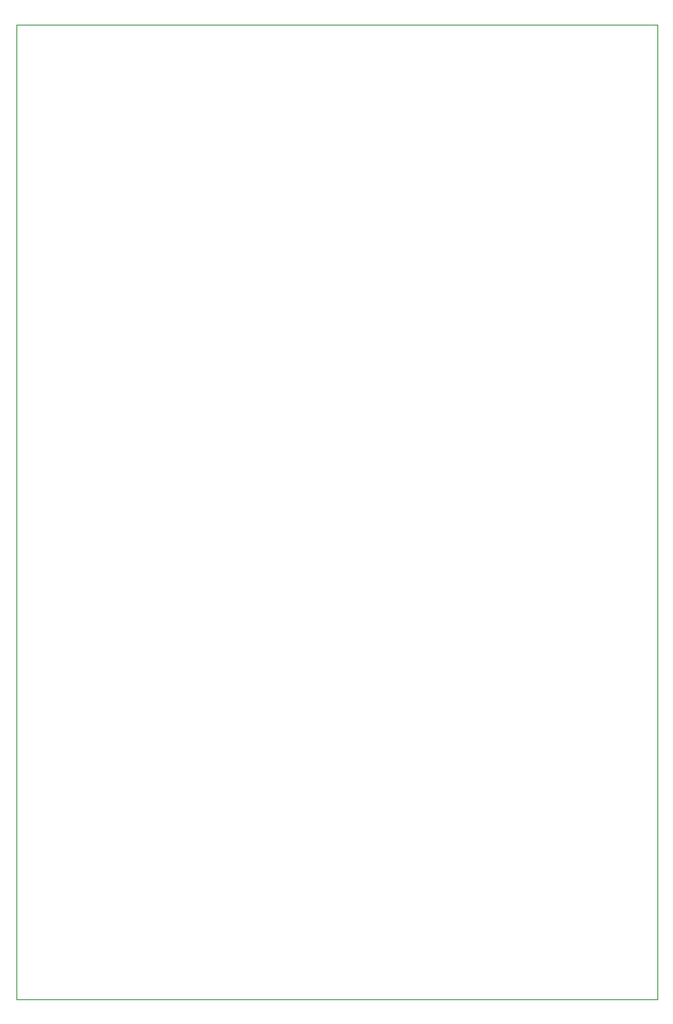
<source format=gbr>
%TF.GenerationSoftware,KiCad,Pcbnew,(5.1.10)-1*%
%TF.CreationDate,2022-05-23T16:21:35+02:00*%
%TF.ProjectId,Auto_Uart,4175746f-5f55-4617-9274-2e6b69636164,rev?*%
%TF.SameCoordinates,Original*%
%TF.FileFunction,Profile,NP*%
%FSLAX46Y46*%
G04 Gerber Fmt 4.6, Leading zero omitted, Abs format (unit mm)*
G04 Created by KiCad (PCBNEW (5.1.10)-1) date 2022-05-23 16:21:35*
%MOMM*%
%LPD*%
G01*
G04 APERTURE LIST*
%TA.AperFunction,Profile*%
%ADD10C,0.050000*%
%TD*%
G04 APERTURE END LIST*
D10*
X-18034000Y3937000D02*
X-18034000Y-96393000D01*
X48006000Y-96393000D02*
X-18034000Y-96393000D01*
X48006000Y3937000D02*
X48006000Y-96393000D01*
X-18034000Y3937000D02*
X48006000Y3937000D01*
M02*

</source>
